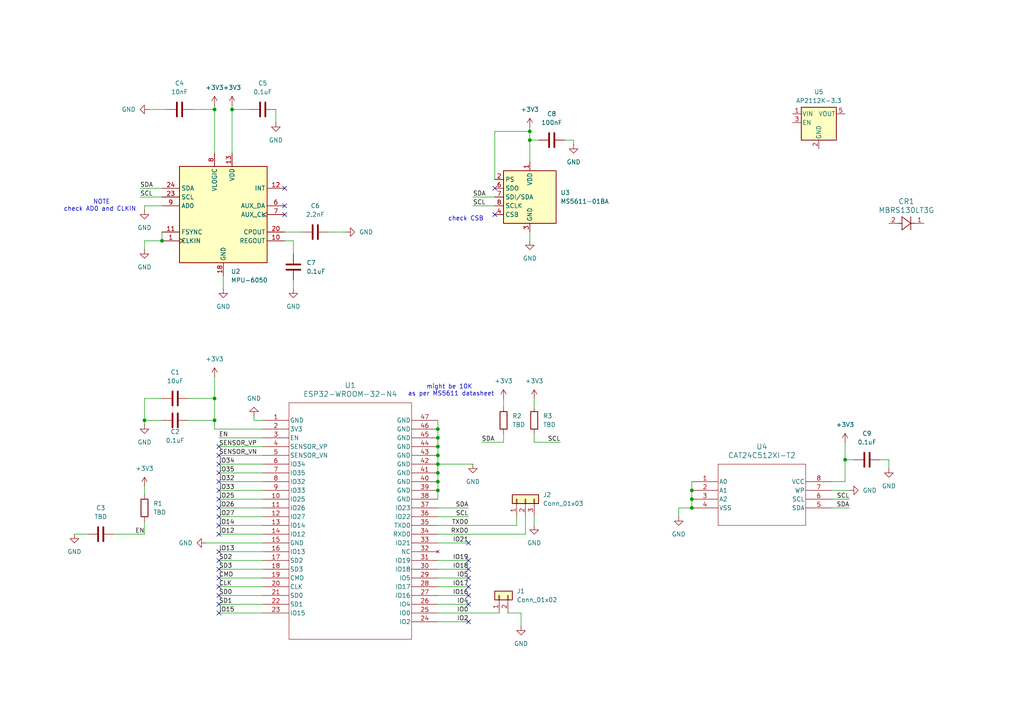
<source format=kicad_sch>
(kicad_sch (version 20231120) (generator "eeschema") (generator_version "8.0")
  (paper "A4")
  (title_block (title "Eggtimer Ion Flight Computer ") (date "2025-10-02") (rev "v1.0") (company "Metropolitan Aerospace Rocket Society") (comment 1 "Author: Fawaaz Kamali Siddiqui"))
  (lib_symbols
    (symbol "CAT24C512:CAT24C512XI-T2" (pin_names (offset 0.254))
      (property "Reference" "U" (at 20.32 10.16 0))
      (property "Value" "CAT24C512XI-T2" (at 20.32 7.62 0))
      (symbol "CAT24C512XI-T2_0_1"
        (polyline (pts (xy 7.62 -12.7) (xy 33.02 -12.7)) (stroke (width 0.127)))
        (polyline (pts (xy 7.62 5.08) (xy 7.62 -12.7)) (stroke (width 0.127)))
        (polyline (pts (xy 33.02 -12.7) (xy 33.02 5.08)) (stroke (width 0.127)))
        (polyline (pts (xy 33.02 5.08) (xy 7.62 5.08)) (stroke (width 0.127)))
        (pin unspecified line (at 0 0 0) (length 7.62) (name "A0") (number "1"))
        (pin unspecified line (at 0 -2.54 0) (length 7.62) (name "A1") (number "2"))
        (pin unspecified line (at 0 -5.08 0) (length 7.62) (name "A2") (number "3"))
        (pin power_in line (at 0 -7.62 0) (length 7.62) (name "VSS") (number "4"))
        (pin unspecified line (at 40.64 -7.62 180) (length 7.62) (name "SDA") (number "5"))
        (pin unspecified line (at 40.64 -5.08 180) (length 7.62) (name "SCL") (number "6"))
        (pin unspecified line (at 40.64 -2.54 180) (length 7.62) (name "WP") (number "7"))
        (pin power_in line (at 40.64 0 180) (length 7.62) (name "VCC") (number "8"))
      )
    )
    (symbol "Connector_Generic:Conn_01x02" (pin_names (offset 1.016) hide)
      (property "Reference" "J" (at 0 2.54 0))
      (property "Value" "Conn_01x02" (at 0 -5.08 0))
      (symbol "Conn_01x02_1_1"
        (rectangle (start -1.27 -2.413) (end 0 -2.667) (stroke (width 0.1524)))
        (rectangle (start -1.27 0.127) (end 0 -0.127) (stroke (width 0.1524)))
        (rectangle (start -1.27 1.27) (end 1.27 -3.81) (stroke (width 0.254)) (fill (type background)))
        (pin passive line (at -5.08 0 0) (length 3.81) (name "Pin_1") (number "1"))
        (pin passive line (at -5.08 -2.54 0) (length 3.81) (name "Pin_2") (number "2"))
      )
    )
    (symbol "Connector_Generic:Conn_01x03" (pin_names (offset 1.016) hide)
      (property "Reference" "J" (at 0 5.08 0))
      (property "Value" "Conn_01x03" (at 0 -5.08 0))
      (symbol "Conn_01x03_1_1"
        (rectangle (start -1.27 -2.413) (end 0 -2.667) (stroke (width 0.1524)))
        (rectangle (start -1.27 0.127) (end 0 -0.127) (stroke (width 0.1524)))
        (rectangle (start -1.27 2.667) (end 0 2.413) (stroke (width 0.1524)))
        (rectangle (start -1.27 3.81) (end 1.27 -3.81) (stroke (width 0.254)) (fill (type background)))
        (pin passive line (at -5.08 2.54 0) (length 3.81) (name "Pin_1") (number "1"))
        (pin passive line (at -5.08 0 0) (length 3.81) (name "Pin_2") (number "2"))
        (pin passive line (at -5.08 -2.54 0) (length 3.81) (name "Pin_3") (number "3"))
      )
    )
    (symbol "Device:C" (pin_numbers hide) (pin_names (offset 0.254))
      (property "Reference" "C" (at 0.635 2.54 0))
      (property "Value" "C" (at 0.635 -2.54 0))
      (symbol "C_0_1"
        (polyline (pts (xy -2.032 -0.762) (xy 2.032 -0.762)) (stroke (width 0.508)))
        (polyline (pts (xy -2.032 0.762) (xy 2.032 0.762)) (stroke (width 0.508)))
      )
      (symbol "C_1_1"
        (pin passive line (at 0 3.81 270) (length 2.794) (name "~") (number "1"))
        (pin passive line (at 0 -3.81 90) (length 2.794) (name "~") (number "2"))
      )
    )
    (symbol "Device:R" (pin_numbers hide) (pin_names (offset 0))
      (property "Reference" "R" (at 2.032 0 90))
      (property "Value" "R" (at 0 0 90))
      (symbol "R_0_1"
        (rectangle (start -1.016 -2.54) (end 1.016 2.54) (stroke (width 0.254)))
      )
      (symbol "R_1_1"
        (pin passive line (at 0 3.81 270) (length 1.27) (name "~") (number "1"))
        (pin passive line (at 0 -3.81 90) (length 1.27) (name "~") (number "2"))
      )
    )
    (symbol "ESP32-WROOM-32-N4:ESP32-WROOM-32-N4" (pin_names (offset 0.254))
      (property "Reference" "U" (at 25.4 10.16 0))
      (property "Value" "ESP32-WROOM-32-N4" (at 25.4 7.62 0))
      (symbol "ESP32-WROOM-32-N4_0_1"
        (polyline (pts (xy 7.62 -63.5) (xy 43.18 -63.5)) (stroke (width 0.127)))
        (polyline (pts (xy 7.62 5.08) (xy 7.62 -63.5)) (stroke (width 0.127)))
        (polyline (pts (xy 43.18 -63.5) (xy 43.18 5.08)) (stroke (width 0.127)))
        (polyline (pts (xy 43.18 5.08) (xy 7.62 5.08)) (stroke (width 0.127)))
        (pin power_out line (at 0 0 0) (length 7.62) (name "GND") (number "1"))
        (pin bidirectional line (at 0 -22.86 0) (length 7.62) (name "IO25") (number "10"))
        (pin bidirectional line (at 0 -25.4 0) (length 7.62) (name "IO26") (number "11"))
        (pin bidirectional line (at 0 -27.94 0) (length 7.62) (name "IO27") (number "12"))
        (pin bidirectional line (at 0 -30.48 0) (length 7.62) (name "IO14") (number "13"))
        (pin bidirectional line (at 0 -33.02 0) (length 7.62) (name "IO12") (number "14"))
        (pin power_out line (at 0 -35.56 0) (length 7.62) (name "GND") (number "15"))
        (pin bidirectional line (at 0 -38.1 0) (length 7.62) (name "IO13") (number "16"))
        (pin bidirectional line (at 0 -40.64 0) (length 7.62) (name "SD2") (number "17"))
        (pin bidirectional line (at 0 -43.18 0) (length 7.62) (name "SD3") (number "18"))
        (pin bidirectional line (at 0 -45.72 0) (length 7.62) (name "CMD") (number "19"))
        (pin power_in line (at 0 -2.54 0) (length 7.62) (name "3V3") (number "2"))
        (pin bidirectional line (at 0 -48.26 0) (length 7.62) (name "CLK") (number "20"))
        (pin bidirectional line (at 0 -50.8 0) (length 7.62) (name "SD0") (number "21"))
        (pin bidirectional line (at 0 -53.34 0) (length 7.62) (name "SD1") (number "22"))
        (pin bidirectional line (at 0 -55.88 0) (length 7.62) (name "IO15") (number "23"))
        (pin bidirectional line (at 50.8 -58.42 180) (length 7.62) (name "IO2") (number "24"))
        (pin bidirectional line (at 50.8 -55.88 180) (length 7.62) (name "IO0") (number "25"))
        (pin bidirectional line (at 50.8 -53.34 180) (length 7.62) (name "IO4") (number "26"))
        (pin bidirectional line (at 50.8 -50.8 180) (length 7.62) (name "IO16") (number "27"))
        (pin bidirectional line (at 50.8 -48.26 180) (length 7.62) (name "IO17") (number "28"))
        (pin bidirectional line (at 50.8 -45.72 180) (length 7.62) (name "IO5") (number "29"))
        (pin input line (at 0 -5.08 0) (length 7.62) (name "EN") (number "3"))
        (pin bidirectional line (at 50.8 -43.18 180) (length 7.62) (name "IO18") (number "30"))
        (pin bidirectional line (at 50.8 -40.64 180) (length 7.62) (name "IO19") (number "31"))
        (pin no_connect line (at 50.8 -38.1 180) (length 7.62) (name "NC") (number "32"))
        (pin bidirectional line (at 50.8 -35.56 180) (length 7.62) (name "IO21") (number "33"))
        (pin bidirectional line (at 50.8 -33.02 180) (length 7.62) (name "RXD0") (number "34"))
        (pin bidirectional line (at 50.8 -30.48 180) (length 7.62) (name "TXD0") (number "35"))
        (pin bidirectional line (at 50.8 -27.94 180) (length 7.62) (name "IO22") (number "36"))
        (pin bidirectional line (at 50.8 -25.4 180) (length 7.62) (name "IO23") (number "37"))
        (pin power_out line (at 50.8 -22.86 180) (length 7.62) (name "GND") (number "38"))
        (pin power_out line (at 50.8 -20.32 180) (length 7.62) (name "GND") (number "39"))
        (pin input line (at 0 -7.62 0) (length 7.62) (name "SENSOR_VP") (number "4"))
        (pin power_out line (at 50.8 -17.78 180) (length 7.62) (name "GND") (number "40"))
        (pin power_out line (at 50.8 -15.24 180) (length 7.62) (name "GND") (number "41"))
        (pin power_out line (at 50.8 -12.7 180) (length 7.62) (name "GND") (number "42"))
        (pin power_out line (at 50.8 -10.16 180) (length 7.62) (name "GND") (number "43"))
        (pin power_out line (at 50.8 -7.62 180) (length 7.62) (name "GND") (number "44"))
        (pin power_out line (at 50.8 -5.08 180) (length 7.62) (name "GND") (number "45"))
        (pin power_out line (at 50.8 -2.54 180) (length 7.62) (name "GND") (number "46"))
        (pin power_out line (at 50.8 0 180) (length 7.62) (name "GND") (number "47"))
        (pin input line (at 0 -10.16 0) (length 7.62) (name "SENSOR_VN") (number "5"))
        (pin input line (at 0 -12.7 0) (length 7.62) (name "IO34") (number "6"))
        (pin input line (at 0 -15.24 0) (length 7.62) (name "IO35") (number "7"))
        (pin bidirectional line (at 0 -17.78 0) (length 7.62) (name "IO32") (number "8"))
        (pin bidirectional line (at 0 -20.32 0) (length 7.62) (name "IO33") (number "9"))
      )
    )
    (symbol "MBRS130LT3G:MBRS130LT3G" (pin_names (offset 0.254))
      (property "Reference" "CR" (at 5.08 4.445 0))
      (property "Value" "MBRS130LT3G" (at 5.08 -3.81 0))
      (symbol "MBRS130LT3G_1_1"
        (polyline (pts (xy 2.54 0) (xy 3.4798 0)) (stroke (width 0.2032)))
        (polyline (pts (xy 3.175 0) (xy 3.81 0)) (stroke (width 0.2032)))
        (polyline (pts (xy 3.81 -1.905) (xy 6.35 0)) (stroke (width 0.2032)))
        (polyline (pts (xy 3.81 1.905) (xy 3.81 -1.905)) (stroke (width 0.2032)))
        (polyline (pts (xy 6.35 -1.905) (xy 6.35 1.905)) (stroke (width 0.2032)))
        (polyline (pts (xy 6.35 0) (xy 3.81 1.905)) (stroke (width 0.2032)))
        (polyline (pts (xy 6.35 0) (xy 7.62 0)) (stroke (width 0.2032)))
        (pin unspecified line (at 10.16 0 180) (length 2.54) (name "") (number "1"))
        (pin unspecified line (at 0 0 0) (length 2.54) (name "") (number "2"))
      )
      (symbol "MBRS130LT3G_1_2"
        (polyline (pts (xy -1.905 3.81) (xy 1.905 3.81)) (stroke (width 0.2032)))
        (polyline (pts (xy 0 2.54) (xy 0 3.4798)) (stroke (width 0.2032)))
        (polyline (pts (xy 0 3.175) (xy 0 3.81)) (stroke (width 0.2032)))
        (polyline (pts (xy 0 6.35) (xy -1.905 3.81)) (stroke (width 0.2032)))
        (polyline (pts (xy 0 6.35) (xy 0 7.62)) (stroke (width 0.2032)))
        (polyline (pts (xy 1.905 3.81) (xy 0 6.35)) (stroke (width 0.2032)))
        (polyline (pts (xy 1.905 6.35) (xy -1.905 6.35)) (stroke (width 0.2032)))
        (pin unspecified line (at 0 10.16 270) (length 2.54) (name "") (number "1"))
        (pin unspecified line (at 0 0 90) (length 2.54) (name "") (number "2"))
      )
    )
    (symbol "Regulator_Linear:AP2112K-3.3" (pin_names (offset 0.254))
      (property "Reference" "U" (at -5.08 5.715 0))
      (property "Value" "AP2112K-3.3" (at 0 5.715 0))
      (symbol "AP2112K-3.3_0_1"
        (rectangle (start -5.08 4.445) (end 5.08 -5.08) (stroke (width 0.254)) (fill (type background)))
      )
      (symbol "AP2112K-3.3_1_1"
        (pin power_in line (at -7.62 2.54 0) (length 2.54) (name "VIN") (number "1"))
        (pin power_in line (at 0 -7.62 90) (length 2.54) (name "GND") (number "2"))
        (pin input line (at -7.62 0 0) (length 2.54) (name "EN") (number "3"))
        (pin no_connect line (at 5.08 0 180) (length 2.54) hide (name "NC") (number "4"))
        (pin power_out line (at 7.62 2.54 180) (length 2.54) (name "VOUT") (number "5"))
      )
    )
    (symbol "Sensor_Motion:MPU-6050"
      (property "Reference" "U" (at -11.43 13.97 0))
      (property "Value" "MPU-6050" (at 7.62 -15.24 0))
      (symbol "MPU-6050_0_0"
        (text "" (at 12.7 -2.54 0) (effects (font (size 1.27 1.27))))
      )
      (symbol "MPU-6050_0_1"
        (rectangle (start -12.7 13.97) (end 12.7 -13.97) (stroke (width 0.254)) (fill (type background)))
      )
      (symbol "MPU-6050_1_1"
        (pin input clock (at -17.78 -7.62 0) (length 5.08) (name "CLKIN") (number "1"))
        (pin passive line (at 17.78 -7.62 180) (length 5.08) (name "REGOUT") (number "10"))
        (pin input line (at -17.78 -5.08 0) (length 5.08) (name "FSYNC") (number "11"))
        (pin output line (at 17.78 7.62 180) (length 5.08) (name "INT") (number "12"))
        (pin power_in line (at 2.54 17.78 270) (length 3.81) (name "VDD") (number "13"))
        (pin no_connect line (at -12.7 -10.16 0) (length 2.54) hide (name "NC") (number "14"))
        (pin no_connect line (at 12.7 12.7 180) (length 2.54) hide (name "NC") (number "15"))
        (pin no_connect line (at 12.7 10.16 180) (length 2.54) hide (name "NC") (number "16"))
        (pin no_connect line (at 12.7 5.08 180) (length 2.54) hide (name "NC") (number "17"))
        (pin power_in line (at 0 -17.78 90) (length 3.81) (name "GND") (number "18"))
        (pin no_connect line (at 12.7 -10.16 180) (length 2.54) hide (name "RESV") (number "19"))
        (pin no_connect line (at -12.7 12.7 0) (length 2.54) hide (name "NC") (number "2"))
        (pin passive line (at 17.78 -5.08 180) (length 5.08) (name "CPOUT") (number "20"))
        (pin no_connect line (at 12.7 -2.54 180) (length 2.54) hide (name "RESV") (number "21"))
        (pin no_connect line (at 12.7 -12.7 180) (length 2.54) hide (name "RESV") (number "22"))
        (pin input line (at -17.78 5.08 0) (length 5.08) (name "SCL") (number "23"))
        (pin bidirectional line (at -17.78 7.62 0) (length 5.08) (name "SDA") (number "24"))
        (pin no_connect line (at -12.7 10.16 0) (length 2.54) hide (name "NC") (number "3"))
        (pin no_connect line (at -12.7 0 0) (length 2.54) hide (name "NC") (number "4"))
        (pin no_connect line (at -12.7 -2.54 0) (length 2.54) hide (name "NC") (number "5"))
        (pin bidirectional line (at 17.78 2.54 180) (length 5.08) (name "AUX_DA") (number "6"))
        (pin output clock (at 17.78 0 180) (length 5.08) (name "AUX_CL") (number "7"))
        (pin power_in line (at -2.54 17.78 270) (length 3.81) (name "VLOGIC") (number "8"))
        (pin input line (at -17.78 2.54 0) (length 5.08) (name "AD0") (number "9"))
      )
    )
    (symbol "Sensor_Pressure:MS5611-01BA"
      (property "Reference" "U" (at -6.35 8.89 0))
      (property "Value" "MS5611-01BA" (at 7.62 8.89 0))
      (symbol "MS5611-01BA_0_1"
        (rectangle (start -7.62 7.62) (end 7.62 -7.62) (stroke (width 0.254)) (fill (type background)))
      )
      (symbol "MS5611-01BA_1_1"
        (pin power_in line (at 0 10.16 270) (length 2.54) (name "VDD") (number "1"))
        (pin input line (at -10.16 5.08 0) (length 2.54) (name "PS") (number "2"))
        (pin power_in line (at 0 -10.16 90) (length 2.54) (name "GND") (number "3"))
        (pin input line (at -10.16 -5.08 0) (length 2.54) (name "CSB") (number "4"))
        (pin input line (at -10.16 -5.08 0) (length 2.54) hide (name "CSB") (number "5"))
        (pin output line (at -10.16 2.54 0) (length 2.54) (name "SDO") (number "6"))
        (pin bidirectional line (at -10.16 0 0) (length 2.54) (name "SDI/SDA") (number "7"))
        (pin input line (at -10.16 -2.54 0) (length 2.54) (name "SCLK") (number "8"))
      )
    )
    (symbol "power:+3V3" (power) (pin_numbers hide) (pin_names (offset 0) hide)
      (property "Value" "+3V3" (at 0 3.556 0))
      (symbol "+3V3_0_1"
        (polyline (pts (xy -0.762 1.27) (xy 0 2.54)))
        (polyline (pts (xy 0 0) (xy 0 2.54)))
        (polyline (pts (xy 0 2.54) (xy 0.762 1.27)))
      )
      (symbol "+3V3_1_1"
        (pin power_in line (at 0 0 90) (length 0) (name "~") (number "1"))
      )
    )
    (symbol "power:GND" (power) (pin_numbers hide) (pin_names (offset 0) hide)
      (property "Value" "GND" (at 0 -3.81 0))
      (symbol "GND_0_1"
        (polyline (pts (xy 0 0) (xy 0 -1.27) (xy 1.27 -1.27) (xy 0 -2.54) (xy -1.27 -1.27) (xy 0 -1.27)))
      )
      (symbol "GND_1_1"
        (pin power_in line (at 0 0 270) (length 0) (name "~") (number "1"))
      )
    )
  )
  (junction (at 127 127))
  (junction (at 62.23 121.92))
  (junction (at 62.23 31.75))
  (junction (at 127 137.16))
  (junction (at 127 129.54))
  (junction (at 153.67 38.1))
  (junction (at 67.31 31.75))
  (junction (at 200.66 147.32))
  (junction (at 200.66 144.78))
  (junction (at 127 139.7))
  (junction (at 127 134.62))
  (junction (at 127 142.24))
  (junction (at 41.91 121.92))
  (junction (at 200.66 142.24))
  (junction (at 127 124.46))
  (junction (at 62.23 115.57))
  (junction (at 245.11 133.35))
  (junction (at 153.67 40.64))
  (junction (at 46.99 69.85))
  (junction (at 127 132.08))
  (no_connect (at 63.5 172.72))
  (no_connect (at 135.89 172.72))
  (no_connect (at 135.89 180.34))
  (no_connect (at 63.5 170.18))
  (no_connect (at 135.89 165.1))
  (no_connect (at 135.89 157.48))
  (no_connect (at 63.5 149.86))
  (no_connect (at 63.5 152.4))
  (no_connect (at 135.89 170.18))
  (no_connect (at 135.89 162.56))
  (no_connect (at 63.5 144.78))
  (no_connect (at 63.5 160.02))
  (no_connect (at 63.5 137.16))
  (no_connect (at 135.89 175.26))
  (no_connect (at 143.51 62.23))
  (no_connect (at 63.5 175.26))
  (no_connect (at 63.5 154.94))
  (no_connect (at 63.5 134.62))
  (no_connect (at 63.5 139.7))
  (no_connect (at 82.55 54.61))
  (no_connect (at 63.5 177.8))
  (no_connect (at 82.55 59.69))
  (no_connect (at 63.5 142.24))
  (no_connect (at 63.5 165.1))
  (no_connect (at 143.51 54.61))
  (no_connect (at 63.5 129.54))
  (no_connect (at 63.5 167.64))
  (no_connect (at 63.5 147.32))
  (no_connect (at 63.5 162.56))
  (no_connect (at 82.55 62.23))
  (no_connect (at 135.89 167.64))
  (no_connect (at 63.5 132.08))
  (wire (pts (xy 76.2 121.92) (xy 73.66 121.92)))
  (wire (pts (xy 63.5 137.16) (xy 76.2 137.16)))
  (wire (pts (xy 153.67 36.83) (xy 153.67 38.1)))
  (wire (pts (xy 153.67 38.1) (xy 153.67 40.64)))
  (wire (pts (xy 80.01 31.75) (xy 80.01 35.56)))
  (wire (pts (xy 63.5 154.94) (xy 76.2 154.94)))
  (wire (pts (xy 127 147.32) (xy 135.89 147.32)))
  (wire (pts (xy 63.5 167.64) (xy 76.2 167.64)))
  (wire (pts (xy 153.67 40.64) (xy 153.67 46.99)))
  (wire (pts (xy 41.91 121.92) (xy 46.99 121.92)))
  (wire (pts (xy 73.66 121.92) (xy 73.66 120.65)))
  (wire (pts (xy 41.91 123.19) (xy 41.91 121.92)))
  (wire (pts (xy 127 137.16) (xy 127 139.7)))
  (wire (pts (xy 127 167.64) (xy 135.89 167.64)))
  (wire (pts (xy 196.85 147.32) (xy 196.85 149.86)))
  (wire (pts (xy 46.99 115.57) (xy 41.91 115.57)))
  (wire (pts (xy 149.86 149.86) (xy 149.86 152.4)))
  (wire (pts (xy 46.99 59.69) (xy 41.91 59.69)))
  (wire (pts (xy 127 157.48) (xy 135.89 157.48)))
  (wire (pts (xy 146.05 128.27) (xy 139.7 128.27)))
  (wire (pts (xy 127 154.94) (xy 152.4 154.94)))
  (wire (pts (xy 137.16 59.69) (xy 143.51 59.69)))
  (wire (pts (xy 63.5 172.72) (xy 76.2 172.72)))
  (wire (pts (xy 95.25 67.31) (xy 100.33 67.31)))
  (wire (pts (xy 241.3 144.78) (xy 246.38 144.78)))
  (wire (pts (xy 63.5 127) (xy 76.2 127)))
  (wire (pts (xy 127 139.7) (xy 127 142.24)))
  (wire (pts (xy 41.91 140.97) (xy 41.91 143.51)))
  (wire (pts (xy 200.66 139.7) (xy 200.66 142.24)))
  (wire (pts (xy 67.31 31.75) (xy 67.31 44.45)))
  (wire (pts (xy 41.91 59.69) (xy 41.91 60.96)))
  (wire (pts (xy 153.67 67.31) (xy 153.67 69.85)))
  (wire (pts (xy 63.5 162.56) (xy 76.2 162.56)))
  (wire (pts (xy 245.11 133.35) (xy 245.11 139.7)))
  (wire (pts (xy 63.5 147.32) (xy 76.2 147.32)))
  (wire (pts (xy 143.51 38.1) (xy 153.67 38.1)))
  (wire (pts (xy 245.11 133.35) (xy 247.65 133.35)))
  (wire (pts (xy 55.88 31.75) (xy 62.23 31.75)))
  (wire (pts (xy 63.5 170.18) (xy 76.2 170.18)))
  (wire (pts (xy 241.3 142.24) (xy 246.38 142.24)))
  (wire (pts (xy 127 180.34) (xy 135.89 180.34)))
  (wire (pts (xy 40.64 57.15) (xy 46.99 57.15)))
  (wire (pts (xy 85.09 69.85) (xy 85.09 73.66)))
  (wire (pts (xy 63.5 177.8) (xy 76.2 177.8)))
  (wire (pts (xy 245.11 139.7) (xy 241.3 139.7)))
  (wire (pts (xy 147.32 177.8) (xy 151.13 177.8)))
  (wire (pts (xy 59.69 157.48) (xy 76.2 157.48)))
  (wire (pts (xy 200.66 144.78) (xy 200.66 147.32)))
  (wire (pts (xy 62.23 30.48) (xy 62.23 31.75)))
  (wire (pts (xy 63.5 132.08) (xy 76.2 132.08)))
  (wire (pts (xy 166.37 40.64) (xy 166.37 41.91)))
  (wire (pts (xy 146.05 125.73) (xy 146.05 128.27)))
  (wire (pts (xy 46.99 69.85) (xy 41.91 69.85)))
  (wire (pts (xy 85.09 81.28) (xy 85.09 83.82)))
  (wire (pts (xy 152.4 149.86) (xy 152.4 154.94)))
  (wire (pts (xy 63.5 165.1) (xy 76.2 165.1)))
  (wire (pts (xy 127 177.8) (xy 144.78 177.8)))
  (wire (pts (xy 43.18 31.75) (xy 48.26 31.75)))
  (wire (pts (xy 127 124.46) (xy 127 127)))
  (wire (pts (xy 46.99 67.31) (xy 46.99 69.85)))
  (wire (pts (xy 154.94 115.57) (xy 154.94 118.11)))
  (wire (pts (xy 127 162.56) (xy 135.89 162.56)))
  (wire (pts (xy 63.5 142.24) (xy 76.2 142.24)))
  (wire (pts (xy 63.5 149.86) (xy 76.2 149.86)))
  (wire (pts (xy 127 121.92) (xy 127 124.46)))
  (wire (pts (xy 54.61 115.57) (xy 62.23 115.57)))
  (wire (pts (xy 127 129.54) (xy 127 132.08)))
  (wire (pts (xy 67.31 30.48) (xy 67.31 31.75)))
  (wire (pts (xy 127 152.4) (xy 149.86 152.4)))
  (wire (pts (xy 127 170.18) (xy 135.89 170.18)))
  (wire (pts (xy 63.5 175.26) (xy 76.2 175.26)))
  (wire (pts (xy 63.5 144.78) (xy 76.2 144.78)))
  (wire (pts (xy 153.67 40.64) (xy 156.21 40.64)))
  (wire (pts (xy 257.81 133.35) (xy 257.81 135.89)))
  (wire (pts (xy 127 172.72) (xy 135.89 172.72)))
  (wire (pts (xy 63.5 139.7) (xy 76.2 139.7)))
  (wire (pts (xy 41.91 69.85) (xy 41.91 72.39)))
  (wire (pts (xy 62.23 124.46) (xy 62.23 121.92)))
  (wire (pts (xy 146.05 115.57) (xy 146.05 118.11)))
  (wire (pts (xy 245.11 128.27) (xy 245.11 133.35)))
  (wire (pts (xy 82.55 67.31) (xy 87.63 67.31)))
  (wire (pts (xy 127 165.1) (xy 135.89 165.1)))
  (wire (pts (xy 151.13 177.8) (xy 151.13 181.61)))
  (wire (pts (xy 200.66 142.24) (xy 200.66 144.78)))
  (wire (pts (xy 33.02 154.94) (xy 41.91 154.94)))
  (wire (pts (xy 127 132.08) (xy 127 134.62)))
  (wire (pts (xy 62.23 121.92) (xy 62.23 115.57)))
  (wire (pts (xy 154.94 128.27) (xy 162.56 128.27)))
  (wire (pts (xy 127 142.24) (xy 127 144.78)))
  (wire (pts (xy 241.3 147.32) (xy 246.38 147.32)))
  (wire (pts (xy 82.55 69.85) (xy 85.09 69.85)))
  (wire (pts (xy 127 149.86) (xy 135.89 149.86)))
  (wire (pts (xy 143.51 52.07) (xy 143.51 38.1)))
  (wire (pts (xy 41.91 151.13) (xy 41.91 154.94)))
  (wire (pts (xy 63.5 134.62) (xy 76.2 134.62)))
  (wire (pts (xy 200.66 147.32) (xy 196.85 147.32)))
  (wire (pts (xy 137.16 57.15) (xy 143.51 57.15)))
  (wire (pts (xy 63.5 160.02) (xy 76.2 160.02)))
  (wire (pts (xy 163.83 40.64) (xy 166.37 40.64)))
  (wire (pts (xy 64.77 80.01) (xy 64.77 83.82)))
  (wire (pts (xy 62.23 115.57) (xy 62.23 109.22)))
  (wire (pts (xy 63.5 152.4) (xy 76.2 152.4)))
  (wire (pts (xy 62.23 31.75) (xy 62.23 44.45)))
  (wire (pts (xy 154.94 149.86) (xy 154.94 152.4)))
  (wire (pts (xy 40.64 54.61) (xy 46.99 54.61)))
  (wire (pts (xy 76.2 124.46) (xy 62.23 124.46)))
  (wire (pts (xy 21.59 154.94) (xy 25.4 154.94)))
  (wire (pts (xy 41.91 115.57) (xy 41.91 121.92)))
  (wire (pts (xy 255.27 133.35) (xy 257.81 133.35)))
  (wire (pts (xy 127 134.62) (xy 127 137.16)))
  (wire (pts (xy 127 175.26) (xy 135.89 175.26)))
  (wire (pts (xy 63.5 129.54) (xy 76.2 129.54)))
  (wire (pts (xy 154.94 125.73) (xy 154.94 128.27)))
  (wire (pts (xy 67.31 31.75) (xy 72.39 31.75)))
  (wire (pts (xy 127 127) (xy 127 129.54)))
  (wire (pts (xy 127 134.62) (xy 137.16 134.62)))
  (wire (pts (xy 54.61 121.92) (xy 62.23 121.92)))
  (text "check CSB" (at 135.128 63.5 0) (effects (font (size 1.27 1.27))))
  (text "might be 10K \nas per MS5611 datasheet" (at 130.81 113.284 0) (effects (font (size 1.27 1.27))))
  (text "NOTE\ncheck AD0 and CLKIN \n" (at 29.464 59.69 0) (effects (font (size 1.27 1.27))))
  (label "EN" (at 63.5 127 0))
  (label "SDA" (at 137.16 57.15 0))
  (label "IO34" (at 63.5 134.62 0))
  (label "IO26" (at 63.5 147.32 0))
  (label "SD2" (at 63.5 162.56 0))
  (label "SCL" (at 162.56 128.27 180))
  (label "IO15" (at 63.5 177.8 0))
  (label "SENSOR_VN" (at 63.5 132.08 0))
  (label "IO33" (at 63.5 142.24 0))
  (label "SDA" (at 40.64 54.61 0))
  (label "IO14" (at 63.5 152.4 0))
  (label "SCL" (at 246.38 144.78 180))
  (label "TXD0" (at 135.89 152.4 180))
  (label "IO32" (at 63.5 139.7 0))
  (label "SDA" (at 135.89 147.32 180))
  (label "RXD0" (at 135.89 154.94 180))
  (label "IO4" (at 135.89 175.26 180))
  (label "CMD" (at 63.5 167.64 0))
  (label "SCL" (at 135.89 149.86 180))
  (label "SD0" (at 63.5 172.72 0))
  (label "IO18" (at 135.89 165.1 180))
  (label "IO5" (at 135.89 167.64 180))
  (label "IO19" (at 135.89 162.56 180))
  (label "IO35" (at 63.5 137.16 0))
  (label "IO0" (at 135.89 177.8 180))
  (label "CLK" (at 63.5 170.18 0))
  (label "SD3" (at 63.5 165.1 0))
  (label "SENSOR_VP" (at 63.5 129.54 0))
  (label "IO17" (at 135.89 170.18 180))
  (label "IO16" (at 135.89 172.72 180))
  (label "IO2" (at 135.89 180.34 180))
  (label "IO12" (at 63.5 154.94 0))
  (label "SDA" (at 139.7 128.27 0))
  (label "EN" (at 41.91 154.94 180))
  (label "IO13" (at 63.5 160.02 0))
  (label "SCL" (at 40.64 57.15 0))
  (label "IO27" (at 63.5 149.86 0))
  (label "IO25" (at 63.5 144.78 0))
  (label "IO21" (at 135.89 157.48 180))
  (label "SDA" (at 246.38 147.32 180))
  (label "SCL" (at 137.16 59.69 0))
  (label "SD1" (at 63.5 175.26 0))
  (symbol (lib_id "Regulator_Linear:AP2112K-3.3") (at 237.49 35.56 0) (unit 1)
    (property "Reference" "U5" (at 237.49 26.67 0))
    (property "Value" "AP2112K-3.3" (at 237.49 29.21 0))
    (property "Footprint" "Package_TO_SOT_SMD:SOT-23-5" (effects (hide yes)))
    (property "Datasheet" "https://www.diodes.com/assets/Datasheets/AP2112.pdf" (effects (hide yes)))
    (property "Description" "600mA low dropout linear regulator, with enable pin, 3.8V-6V input voltage range, 3.3V fixed positive output, SOT-23-5" (effects (hide yes)))
  )
  (symbol (lib_id "Device:R") (at 41.91 147.32 0) (unit 1)
    (property "Reference" "R1" (at 44.45 146.0499 0) (effects (justify left)))
    (property "Value" "TBD" (at 44.45 148.5899 0) (effects (justify left)))
    (property "Description" "Resistor" (effects (hide yes)))
  )
  (symbol (lib_id "power:+3V3") (at 41.91 140.97 0) (unit 1)
    (property "Reference" "#PWR06" (effects (hide yes)))
    (property "Value" "+3V3" (at 41.91 135.89 0))
    (property "Description" "Power symbol creates a global label with name \"+3V3\"" (effects (hide yes)))
  )
  (symbol (lib_id "power:GND") (at 257.81 135.89 0) (unit 1)
    (property "Reference" "#PWR026" (effects (hide yes)))
    (property "Value" "GND" (at 257.81 140.97 0))
    (property "Description" "Power symbol creates a global label with name \"GND\" , ground" (effects (hide yes)))
  )
  (symbol (lib_id "power:GND") (at 85.09 83.82 0) (unit 1)
    (property "Reference" "#PWR015" (effects (hide yes)))
    (property "Value" "GND" (at 85.09 88.9 0))
    (property "Description" "Power symbol creates a global label with name \"GND\" , ground" (effects (hide yes)))
  )
  (symbol (lib_id "power:+3V3") (at 154.94 115.57 0) (unit 1)
    (property "Reference" "#PWR020" (effects (hide yes)))
    (property "Value" "+3V3" (at 154.94 110.49 0))
    (property "Description" "Power symbol creates a global label with name \"+3V3\"" (effects (hide yes)))
  )
  (symbol (lib_id "power:GND") (at 246.38 142.24 90) (unit 1)
    (property "Reference" "#PWR027" (effects (hide yes)))
    (property "Value" "GND" (at 250.19 142.2399 90) (effects (justify right)))
    (property "Description" "Power symbol creates a global label with name \"GND\" , ground" (effects (hide yes)))
  )
  (symbol (lib_id "power:GND") (at 21.59 154.94 0) (unit 1)
    (property "Reference" "#PWR07" (effects (hide yes)))
    (property "Value" "GND" (at 21.59 160.02 0))
    (property "Description" "Power symbol creates a global label with name \"GND\" , ground" (effects (hide yes)))
  )
  (symbol (lib_id "power:+3V3") (at 153.67 36.83 0) (unit 1)
    (property "Reference" "#PWR021" (effects (hide yes)))
    (property "Value" "+3V3" (at 153.67 31.75 0))
    (property "Description" "Power symbol creates a global label with name \"+3V3\"" (effects (hide yes)))
  )
  (symbol (lib_id "MBRS130LT3G:MBRS130LT3G") (at 257.81 64.77 0) (unit 1)
    (property "Reference" "CR1" (at 262.89 58.42 0) (effects (font (size 1.524 1.524))))
    (property "Value" "MBRS130LT3G" (at 262.89 60.96 0) (effects (font (size 1.524 1.524))))
    (property "Footprint" "DIODE_SMB_2L_ONS" (effects (hide yes)))
    (property "Datasheet" "MBRS130LT3G" (effects (hide yes)))
    (property "LCSC" "C51771" (effects (hide yes)))
  )
  (symbol (lib_id "Device:R") (at 146.05 121.92 0) (unit 1)
    (property "Reference" "R2" (at 148.59 120.6499 0) (effects (justify left)))
    (property "Value" "TBD" (at 148.59 123.1899 0) (effects (justify left)))
    (property "Description" "Resistor" (effects (hide yes)))
  )
  (symbol (lib_id "power:+3V3") (at 67.31 30.48 0) (unit 1)
    (property "Reference" "#PWR012" (effects (hide yes)))
    (property "Value" "+3V3" (at 67.31 25.4 0))
    (property "Description" "Power symbol creates a global label with name \"+3V3\"" (effects (hide yes)))
  )
  (symbol (lib_id "Device:C") (at 29.21 154.94 90) (unit 1)
    (property "Reference" "C3" (at 29.21 147.32 90))
    (property "Value" "TBD" (at 29.21 149.86 90))
    (property "Description" "Unpolarized capacitor" (effects (hide yes)))
  )
  (symbol (lib_id "power:GND") (at 41.91 72.39 0) (unit 1)
    (property "Reference" "#PWR017" (effects (hide yes)))
    (property "Value" "GND" (at 41.91 77.47 0))
    (property "Description" "Power symbol creates a global label with name \"GND\" , ground" (effects (hide yes)))
  )
  (symbol (lib_id "power:GND") (at 100.33 67.31 90) (unit 1)
    (property "Reference" "#PWR014" (effects (hide yes)))
    (property "Value" "GND" (at 104.14 67.3099 90) (effects (justify right)))
    (property "Description" "Power symbol creates a global label with name \"GND\" , ground" (effects (hide yes)))
  )
  (symbol (lib_id "power:GND") (at 196.85 149.86 0) (unit 1)
    (property "Reference" "#PWR024" (effects (hide yes)))
    (property "Value" "GND" (at 196.85 154.94 0))
    (property "Description" "Power symbol creates a global label with name \"GND\" , ground" (effects (hide yes)))
  )
  (symbol (lib_id "power:+3V3") (at 245.11 128.27 0) (unit 1)
    (property "Reference" "#PWR025" (effects (hide yes)))
    (property "Value" "+3V3" (at 245.11 123.19 0))
    (property "Description" "Power symbol creates a global label with name \"+3V3\"" (effects (hide yes)))
  )
  (symbol (lib_id "power:+3V3") (at 146.05 115.57 0) (unit 1)
    (property "Reference" "#PWR019" (effects (hide yes)))
    (property "Value" "+3V3" (at 146.05 110.49 0))
    (property "Description" "Power symbol creates a global label with name \"+3V3\"" (effects (hide yes)))
  )
  (symbol (lib_id "Connector_Generic:Conn_01x02") (at 144.78 172.72 90) (unit 1)
    (property "Reference" "J1" (at 149.86 171.4499 90) (effects (justify right)))
    (property "Value" "Conn_01x02" (at 149.86 173.9899 90) (effects (justify right)))
    (property "Description" "Generic connector, single row, 01x02, script generated (kicad-library-utils/schlib/autogen/connector/)" (effects (hide yes)))
  )
  (symbol (lib_id "Connector_Generic:Conn_01x03") (at 152.4 144.78 90) (unit 1)
    (property "Reference" "J2" (at 157.48 143.5099 90) (effects (justify right)))
    (property "Value" "Conn_01x03" (at 157.48 146.0499 90) (effects (justify right)))
    (property "Description" "Generic connector, single row, 01x03, script generated (kicad-library-utils/schlib/autogen/connector/)" (effects (hide yes)))
  )
  (symbol (lib_id "Sensor_Motion:MPU-6050") (at 64.77 62.23 0) (unit 1)
    (property "Reference" "U2" (at 66.9641 78.74 0) (effects (justify left)))
    (property "Value" "MPU-6050" (at 66.9641 81.28 0) (effects (justify left)))
    (property "Footprint" "Sensor_Motion:InvenSense_QFN-24_4x4mm_P0.5mm" (effects (hide yes)))
    (property "Datasheet" "https://invensense.tdk.com/wp-content/uploads/2015/02/MPU-6000-Datasheet1.pdf" (effects (hide yes)))
    (property "Description" "InvenSense 6-Axis Motion Sensor, Gyroscope, Accelerometer, I2C" (effects (hide yes)))
  )
  (symbol (lib_id "power:GND") (at 41.91 60.96 0) (unit 1)
    (property "Reference" "#PWR018" (effects (hide yes)))
    (property "Value" "GND" (at 41.91 66.04 0))
    (property "Description" "Power symbol creates a global label with name \"GND\" , ground" (effects (hide yes)))
  )
  (symbol (lib_id "Sensor_Pressure:MS5611-01BA") (at 153.67 57.15 0) (unit 1)
    (property "Reference" "U3" (at 162.56 55.8799 0) (effects (justify left)))
    (property "Value" "MS5611-01BA" (at 162.56 58.4199 0) (effects (justify left)))
    (property "Footprint" "Package_LGA:LGA-8_3x5mm_P1.25mm" (effects (hide yes)))
    (property "Datasheet" "https://www.te.com/commerce/DocumentDelivery/DDEController?Action=srchrtrv&DocNm=MS5611-01BA03&DocType=Data+Sheet&DocLang=English" (effects (hide yes)))
    (property "Description" "Barometric pressure sensor, 10cm resolution, 10 to 1200 mbar, I2C and SPI interface up to 20MHz, LGA-8" (effects (hide yes)))
  )
  (symbol (lib_id "Device:C") (at 91.44 67.31 90) (unit 1)
    (property "Reference" "C6" (at 91.44 59.69 90))
    (property "Value" "2.2nF" (at 91.44 62.23 90))
    (property "Description" "Unpolarized capacitor" (effects (hide yes)))
  )
  (symbol (lib_id "ESP32-WROOM-32-N4:ESP32-WROOM-32-N4") (at 76.2 121.92 0) (unit 1)
    (property "Reference" "U1" (at 101.6 111.76 0) (effects (font (size 1.524 1.524))))
    (property "Value" "ESP32-WROOM-32-N4" (at 101.6 114.3 0) (effects (font (size 1.524 1.524))))
    (property "Footprint" "MOD_ESP32-WROOM-32_EXP" (effects (hide yes)))
    (property "Datasheet" "ESP32-WROOM-32-N4" (effects (hide yes)))
  )
  (symbol (lib_id "power:GND") (at 80.01 35.56 0) (unit 1)
    (property "Reference" "#PWR013" (effects (hide yes)))
    (property "Value" "GND" (at 80.01 40.64 0))
    (property "Description" "Power symbol creates a global label with name \"GND\" , ground" (effects (hide yes)))
  )
  (symbol (lib_id "power:GND") (at 153.67 69.85 0) (unit 1)
    (property "Reference" "#PWR023" (effects (hide yes)))
    (property "Value" "GND" (at 153.67 74.93 0))
    (property "Description" "Power symbol creates a global label with name \"GND\" , ground" (effects (hide yes)))
  )
  (symbol (lib_id "Device:R") (at 154.94 121.92 0) (unit 1)
    (property "Reference" "R3" (at 157.48 120.6499 0) (effects (justify left)))
    (property "Value" "TBD" (at 157.48 123.1899 0) (effects (justify left)))
    (property "Description" "Resistor" (effects (hide yes)))
  )
  (symbol (lib_id "power:+3V3") (at 62.23 30.48 0) (unit 1)
    (property "Reference" "#PWR010" (effects (hide yes)))
    (property "Value" "+3V3" (at 62.23 25.4 0))
    (property "Description" "Power symbol creates a global label with name \"+3V3\"" (effects (hide yes)))
  )
  (symbol (lib_id "Device:C") (at 76.2 31.75 270) (unit 1)
    (property "Reference" "C5" (at 76.2 24.13 90))
    (property "Value" "0.1uF" (at 76.2 26.67 90))
    (property "Description" "Unpolarized capacitor" (effects (hide yes)))
  )
  (symbol (lib_id "Device:C") (at 50.8 121.92 90) (unit 1)
    (property "Reference" "C2" (at 50.8 125.222 90))
    (property "Value" "0.1uF" (at 50.8 127.762 90))
    (property "Description" "Unpolarized capacitor" (effects (hide yes)))
  )
  (symbol (lib_id "power:GND") (at 64.77 83.82 0) (unit 1)
    (property "Reference" "#PWR016" (effects (hide yes)))
    (property "Value" "GND" (at 64.77 88.9 0))
    (property "Description" "Power symbol creates a global label with name \"GND\" , ground" (effects (hide yes)))
  )
  (symbol (lib_id "power:GND") (at 166.37 41.91 0) (unit 1)
    (property "Reference" "#PWR022" (effects (hide yes)))
    (property "Value" "GND" (at 166.37 46.99 0))
    (property "Description" "Power symbol creates a global label with name \"GND\" , ground" (effects (hide yes)))
  )
  (symbol (lib_id "power:+3V3") (at 62.23 109.22 0) (unit 1)
    (property "Reference" "#PWR01" (effects (hide yes)))
    (property "Value" "+3V3" (at 62.23 104.14 0))
    (property "Description" "Power symbol creates a global label with name \"+3V3\"" (effects (hide yes)))
  )
  (symbol (lib_id "Device:C") (at 160.02 40.64 90) (unit 1)
    (property "Reference" "C8" (at 160.02 33.02 90))
    (property "Value" "100nF" (at 160.02 35.56 90))
    (property "Description" "Unpolarized capacitor" (effects (hide yes)))
  )
  (symbol (lib_id "power:GND") (at 137.16 134.62 0) (unit 1)
    (property "Reference" "#PWR04" (effects (hide yes)))
    (property "Value" "GND" (at 137.16 139.7 0))
    (property "Description" "Power symbol creates a global label with name \"GND\" , ground" (effects (hide yes)))
  )
  (symbol (lib_id "power:GND") (at 73.66 120.65 180) (unit 1)
    (property "Reference" "#PWR02" (effects (hide yes)))
    (property "Value" "GND" (at 73.66 115.57 0))
    (property "Description" "Power symbol creates a global label with name \"GND\" , ground" (effects (hide yes)))
  )
  (symbol (lib_id "power:GND") (at 43.18 31.75 270) (unit 1)
    (property "Reference" "#PWR011" (effects (hide yes)))
    (property "Value" "GND" (at 39.37 31.7499 90) (effects (justify right)))
    (property "Description" "Power symbol creates a global label with name \"GND\" , ground" (effects (hide yes)))
  )
  (symbol (lib_id "Device:C") (at 52.07 31.75 90) (unit 1)
    (property "Reference" "C4" (at 52.07 24.13 90))
    (property "Value" "10nF" (at 52.07 26.67 90))
    (property "Description" "Unpolarized capacitor" (effects (hide yes)))
  )
  (symbol (lib_id "power:GND") (at 154.94 152.4 0) (unit 1)
    (property "Reference" "#PWR09" (effects (hide yes)))
    (property "Value" "GND" (at 154.94 157.48 0))
    (property "Description" "Power symbol creates a global label with name \"GND\" , ground" (effects (hide yes)))
  )
  (symbol (lib_id "Device:C") (at 85.09 77.47 0) (unit 1)
    (property "Reference" "C7" (at 88.9 76.1999 0) (effects (justify left)))
    (property "Value" "0.1uF" (at 88.9 78.7399 0) (effects (justify left)))
    (property "Description" "Unpolarized capacitor" (effects (hide yes)))
  )
  (symbol (lib_id "Device:C") (at 251.46 133.35 90) (unit 1)
    (property "Reference" "C9" (at 251.46 125.73 90))
    (property "Value" "0.1uF" (at 251.46 128.27 90))
    (property "Description" "Unpolarized capacitor" (effects (hide yes)))
  )
  (symbol (lib_id "CAT24C512:CAT24C512XI-T2") (at 200.66 139.7 0) (unit 1)
    (property "Reference" "U4" (at 220.98 129.54 0) (effects (font (size 1.524 1.524))))
    (property "Value" "CAT24C512XI-T2" (at 220.98 132.08 0) (effects (font (size 1.524 1.524))))
    (property "Footprint" "SOIC8_ONS" (effects (hide yes)))
    (property "Datasheet" "CAT24C512XI-T2" (effects (hide yes)))
    (property "LCSC" "C153760" (effects (hide yes)))
  )
  (symbol (lib_id "power:GND") (at 151.13 181.61 0) (unit 1)
    (property "Reference" "#PWR08" (effects (hide yes)))
    (property "Value" "GND" (at 151.13 186.69 0))
    (property "Description" "Power symbol creates a global label with name \"GND\" , ground" (effects (hide yes)))
  )
  (symbol (lib_id "power:GND") (at 41.91 123.19 0) (unit 1)
    (property "Reference" "#PWR05" (effects (hide yes)))
    (property "Value" "GND" (at 41.91 128.27 0))
    (property "Description" "Power symbol creates a global label with name \"GND\" , ground" (effects (hide yes)))
  )
  (symbol (lib_id "Device:C") (at 50.8 115.57 90) (unit 1)
    (property "Reference" "C1" (at 50.8 107.95 90))
    (property "Value" "10uF" (at 50.8 110.49 90))
    (property "Description" "Unpolarized capacitor" (effects (hide yes)))
  )
  (symbol (lib_id "power:GND") (at 59.69 157.48 270) (unit 1)
    (property "Reference" "#PWR03" (effects (hide yes)))
    (property "Value" "GND" (at 55.88 157.4799 90) (effects (justify right)))
    (property "Description" "Power symbol creates a global label with name \"GND\" , ground" (effects (hide yes)))
  )
)
</source>
